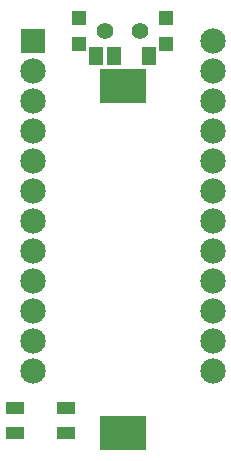
<source format=gbr>
G04 #@! TF.GenerationSoftware,KiCad,Pcbnew,(5.0.0)*
G04 #@! TF.CreationDate,2020-03-09T09:29:50-06:00*
G04 #@! TF.ProjectId,BatteryPack,426174746572795061636B2E6B696361,rev?*
G04 #@! TF.SameCoordinates,Original*
G04 #@! TF.FileFunction,Soldermask,Top*
G04 #@! TF.FilePolarity,Negative*
%FSLAX46Y46*%
G04 Gerber Fmt 4.6, Leading zero omitted, Abs format (unit mm)*
G04 Created by KiCad (PCBNEW (5.0.0)) date 03/09/20 09:29:50*
%MOMM*%
%LPD*%
G01*
G04 APERTURE LIST*
%ADD10R,1.600000X1.050000*%
%ADD11R,2.152600X2.152600*%
%ADD12C,2.152600*%
%ADD13R,3.910000X2.940000*%
%ADD14C,1.400000*%
%ADD15R,1.300000X1.650000*%
%ADD16R,1.300000X1.300000*%
G04 APERTURE END LIST*
D10*
G04 #@! TO.C,SW1*
X119144000Y-95132000D03*
X123444000Y-95132000D03*
X119144000Y-97282000D03*
X123444000Y-97282000D03*
G04 #@! TD*
D11*
G04 #@! TO.C,U1*
X120650000Y-64060000D03*
D12*
X120650000Y-66600000D03*
X120650000Y-69140000D03*
X120650000Y-71680000D03*
X120650000Y-74220000D03*
X120650000Y-76760000D03*
X120650000Y-79300000D03*
X120650000Y-81840000D03*
X120650000Y-84380000D03*
X120650000Y-86920000D03*
X120650000Y-89460000D03*
X120650000Y-92000000D03*
X135890000Y-92000000D03*
X135890000Y-89460000D03*
X135890000Y-86920000D03*
X135890000Y-84380000D03*
X135890000Y-81840000D03*
X135890000Y-79300000D03*
X135890000Y-76760000D03*
X135890000Y-74220000D03*
X135890000Y-71680000D03*
X135890000Y-69140000D03*
X135890000Y-66600000D03*
X135890000Y-64060000D03*
G04 #@! TD*
D13*
G04 #@! TO.C,BT1*
X128270000Y-67870000D03*
X128270000Y-97230000D03*
G04 #@! TD*
D14*
G04 #@! TO.C,SW2*
X129770000Y-63246000D03*
X126770000Y-63246000D03*
D15*
X127520000Y-65321000D03*
X126020000Y-65321000D03*
X130520000Y-65321000D03*
D16*
X131970000Y-62146000D03*
X131970000Y-64346000D03*
X124570000Y-64346000D03*
X124570000Y-62146000D03*
G04 #@! TD*
M02*

</source>
